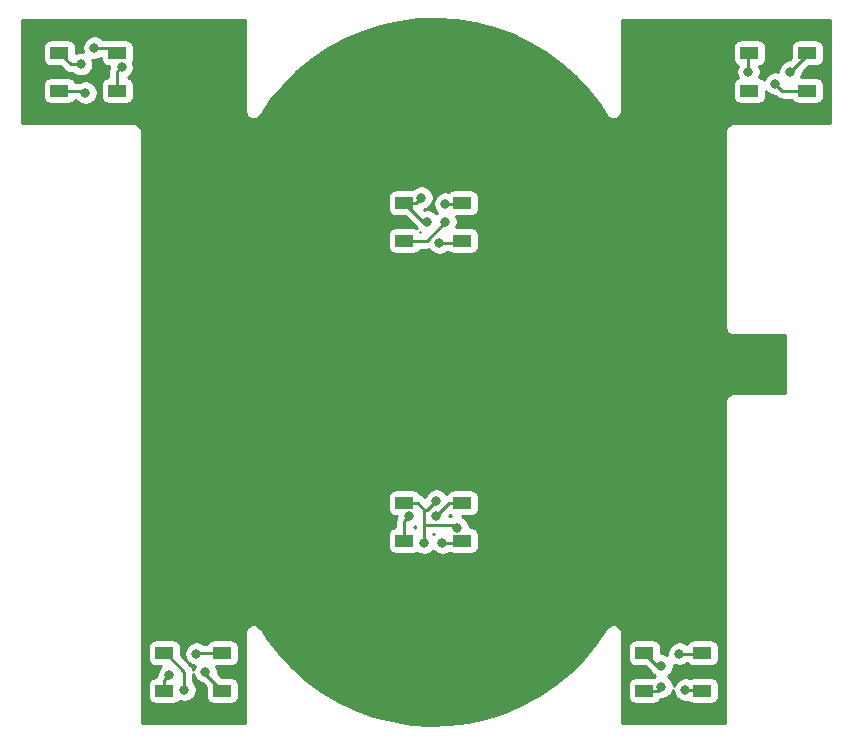
<source format=gtl>
%TF.GenerationSoftware,KiCad,Pcbnew,5.1.8-db9833491~87~ubuntu20.04.1*%
%TF.CreationDate,2020-11-10T08:01:52-05:00*%
%TF.ProjectId,18f-blinkie,3138662d-626c-4696-9e6b-69652e6b6963,rev?*%
%TF.SameCoordinates,Original*%
%TF.FileFunction,Copper,L1,Top*%
%TF.FilePolarity,Positive*%
%FSLAX46Y46*%
G04 Gerber Fmt 4.6, Leading zero omitted, Abs format (unit mm)*
G04 Created by KiCad (PCBNEW 5.1.8-db9833491~87~ubuntu20.04.1) date 2020-11-10 08:01:52*
%MOMM*%
%LPD*%
G01*
G04 APERTURE LIST*
%TA.AperFunction,SMDPad,CuDef*%
%ADD10R,1.500000X1.000000*%
%TD*%
%TA.AperFunction,ViaPad*%
%ADD11C,0.800000*%
%TD*%
%TA.AperFunction,Conductor*%
%ADD12C,0.250000*%
%TD*%
%TA.AperFunction,NonConductor*%
%ADD13C,0.254000*%
%TD*%
%TA.AperFunction,NonConductor*%
%ADD14C,0.100000*%
%TD*%
G04 APERTURE END LIST*
D10*
%TO.P,D4,1*%
%TO.N,5V*%
X86450000Y-112700000D03*
%TO.P,D4,2*%
%TO.N,Net-(D4-Pad2)*%
X86450000Y-115900000D03*
%TO.P,D4,4*%
%TO.N,Net-(D3-Pad2)*%
X91350000Y-112700000D03*
%TO.P,D4,3*%
%TO.N,GND*%
X91350000Y-115900000D03*
%TD*%
%TO.P,D3,1*%
%TO.N,5V*%
X86450000Y-138100000D03*
%TO.P,D3,2*%
%TO.N,Net-(D3-Pad2)*%
X86450000Y-141300000D03*
%TO.P,D3,4*%
%TO.N,Net-(D2-Pad2)*%
X91350000Y-138100000D03*
%TO.P,D3,3*%
%TO.N,GND*%
X91350000Y-141300000D03*
%TD*%
%TO.P,D6,3*%
%TO.N,GND*%
X120560000Y-103200000D03*
%TO.P,D6,4*%
%TO.N,Net-(D5-Pad2)*%
X120560000Y-100000000D03*
%TO.P,D6,2*%
%TO.N,Net-(D6-Pad2)*%
X115660000Y-103200000D03*
%TO.P,D6,1*%
%TO.N,5V*%
X115660000Y-100000000D03*
%TD*%
%TO.P,D5,1*%
%TO.N,5V*%
X106770000Y-150800000D03*
%TO.P,D5,2*%
%TO.N,Net-(D5-Pad2)*%
X106770000Y-154000000D03*
%TO.P,D5,4*%
%TO.N,Net-(D4-Pad2)*%
X111670000Y-150800000D03*
%TO.P,D5,3*%
%TO.N,GND*%
X111670000Y-154000000D03*
%TD*%
%TO.P,D2,1*%
%TO.N,5V*%
X57240000Y-100000000D03*
%TO.P,D2,2*%
%TO.N,Net-(D2-Pad2)*%
X57240000Y-103200000D03*
%TO.P,D2,4*%
%TO.N,Net-(D1-Pad2)*%
X62140000Y-100000000D03*
%TO.P,D2,3*%
%TO.N,GND*%
X62140000Y-103200000D03*
%TD*%
%TO.P,D1,1*%
%TO.N,5V*%
X66130000Y-150800000D03*
%TO.P,D1,2*%
%TO.N,Net-(D1-Pad2)*%
X66130000Y-154000000D03*
%TO.P,D1,4*%
%TO.N,DATA*%
X71030000Y-150800000D03*
%TO.P,D1,3*%
%TO.N,GND*%
X71030000Y-154000000D03*
%TD*%
D11*
%TO.N,Net-(D1-Pad2)*%
X66548000Y-152654000D03*
X60198000Y-99568000D03*
%TO.N,Net-(D2-Pad2)*%
X59436000Y-103378000D03*
X89154000Y-139192000D03*
%TO.N,Net-(D3-Pad2)*%
X86868000Y-139200002D03*
X89916000Y-112776000D03*
%TO.N,Net-(D4-Pad2)*%
X89916000Y-114300000D03*
X109728000Y-150876000D03*
%TO.N,5V*%
X59055000Y-100965000D03*
X115570000Y-101600000D03*
%TO.N,Net-(D5-Pad2)*%
X108204000Y-153670000D03*
X119126000Y-101600000D03*
%TO.N,5V*%
X88138000Y-141478000D03*
X89154000Y-137922000D03*
X108204000Y-151892000D03*
X88392000Y-114299986D03*
X87879347Y-112263347D03*
X67818000Y-153923988D03*
X90940002Y-140199998D03*
%TO.N,GND*%
X89408000Y-116078000D03*
X89662000Y-141478000D03*
X110236000Y-153924000D03*
X69596000Y-152400000D03*
X62499216Y-101217745D03*
X117856000Y-102616000D03*
%TO.N,DATA*%
X68834000Y-150876000D03*
%TD*%
D12*
%TO.N,Net-(D1-Pad2)*%
X66130000Y-153072000D02*
X66548000Y-152654000D01*
X66130000Y-154000000D02*
X66130000Y-153072000D01*
X61708000Y-99568000D02*
X62140000Y-100000000D01*
X60198000Y-99568000D02*
X61708000Y-99568000D01*
%TO.N,Net-(D2-Pad2)*%
X59258000Y-103200000D02*
X59436000Y-103378000D01*
X57240000Y-103200000D02*
X59258000Y-103200000D01*
X90246000Y-138100000D02*
X91350000Y-138100000D01*
X89154000Y-139192000D02*
X90246000Y-138100000D01*
%TO.N,Net-(D3-Pad2)*%
X86450000Y-139618002D02*
X86868000Y-139200002D01*
X86450000Y-141300000D02*
X86450000Y-139618002D01*
X91274000Y-112776000D02*
X91350000Y-112700000D01*
X89916000Y-112776000D02*
X91274000Y-112776000D01*
%TO.N,Net-(D4-Pad2)*%
X111594000Y-150876000D02*
X111670000Y-150800000D01*
X109728000Y-150876000D02*
X111594000Y-150876000D01*
X86450000Y-115900000D02*
X88373004Y-115900000D01*
X88373004Y-115900000D02*
X89916000Y-114357004D01*
X89916000Y-114357004D02*
X89916000Y-114300000D01*
%TO.N,5V*%
X58205000Y-100965000D02*
X57240000Y-100000000D01*
X59055000Y-100965000D02*
X58205000Y-100965000D01*
X115570000Y-100090000D02*
X115660000Y-100000000D01*
X115570000Y-101600000D02*
X115570000Y-100090000D01*
%TO.N,Net-(D5-Pad2)*%
X106770000Y-154000000D02*
X106770000Y-153580000D01*
X107874000Y-154000000D02*
X108204000Y-153670000D01*
X106770000Y-154000000D02*
X107874000Y-154000000D01*
X120560000Y-100000000D02*
X120560000Y-100166000D01*
X120560000Y-100166000D02*
X119126000Y-101600000D01*
%TO.N,5V*%
X86450000Y-138100000D02*
X87554000Y-138100000D01*
X87554000Y-138100000D02*
X88138000Y-138684000D01*
X88392000Y-138684000D02*
X88138000Y-138684000D01*
X89154000Y-137922000D02*
X88392000Y-138684000D01*
X88138000Y-139954000D02*
X88138000Y-141478000D01*
X88138000Y-138684000D02*
X88138000Y-139954000D01*
X107862000Y-151892000D02*
X106770000Y-150800000D01*
X108204000Y-151892000D02*
X107862000Y-151892000D01*
X86450000Y-112700000D02*
X88049986Y-114299986D01*
X88049986Y-114299986D02*
X88392000Y-114299986D01*
X87442694Y-112700000D02*
X87879347Y-112263347D01*
X86450000Y-112700000D02*
X87442694Y-112700000D01*
X88138000Y-139954000D02*
X90694004Y-139954000D01*
X90694004Y-139954000D02*
X90940002Y-140199998D01*
X67818000Y-152400000D02*
X67818000Y-153923988D01*
X66218000Y-150800000D02*
X67818000Y-152400000D01*
X66130000Y-150800000D02*
X66218000Y-150800000D01*
%TO.N,GND*%
X91172000Y-116078000D02*
X91350000Y-115900000D01*
X89408000Y-116078000D02*
X91172000Y-116078000D01*
X91172000Y-141478000D02*
X91350000Y-141300000D01*
X89662000Y-141478000D02*
X91172000Y-141478000D01*
X111594000Y-153924000D02*
X111670000Y-154000000D01*
X110236000Y-153924000D02*
X111594000Y-153924000D01*
X69596000Y-152566000D02*
X69596000Y-152400000D01*
X71030000Y-154000000D02*
X69596000Y-152566000D01*
X62140000Y-103200000D02*
X62140000Y-101576961D01*
X62140000Y-101576961D02*
X62499216Y-101217745D01*
X120560000Y-103200000D02*
X118440000Y-103200000D01*
X118440000Y-103200000D02*
X117856000Y-102616000D01*
%TO.N,DATA*%
X68910000Y-150800000D02*
X68834000Y-150876000D01*
X71030000Y-150800000D02*
X68910000Y-150800000D01*
%TD*%
D13*
X90834712Y-97215237D02*
X92433935Y-97473130D01*
X94001807Y-97880384D01*
X95524386Y-98433377D01*
X96988171Y-99127204D01*
X98380153Y-99955700D01*
X99688000Y-100911525D01*
X100900095Y-101986188D01*
X102005668Y-103170144D01*
X102998939Y-104458106D01*
X103528966Y-105264995D01*
X103546801Y-105298363D01*
X103635526Y-105406475D01*
X103743638Y-105495200D01*
X103866981Y-105561128D01*
X104000817Y-105601727D01*
X104140000Y-105615435D01*
X104279184Y-105601727D01*
X104413020Y-105561128D01*
X104536363Y-105495200D01*
X104644475Y-105406475D01*
X104733200Y-105298363D01*
X104799128Y-105175020D01*
X104839727Y-105041184D01*
X104850000Y-104936877D01*
X104850000Y-99500000D01*
X114271928Y-99500000D01*
X114271928Y-100500000D01*
X114284188Y-100624482D01*
X114320498Y-100744180D01*
X114379463Y-100854494D01*
X114458815Y-100951185D01*
X114555506Y-101030537D01*
X114665820Y-101089502D01*
X114666236Y-101089628D01*
X114652795Y-101109744D01*
X114574774Y-101298102D01*
X114535000Y-101498061D01*
X114535000Y-101701939D01*
X114574774Y-101901898D01*
X114652795Y-102090256D01*
X114666236Y-102110372D01*
X114665820Y-102110498D01*
X114555506Y-102169463D01*
X114458815Y-102248815D01*
X114379463Y-102345506D01*
X114320498Y-102455820D01*
X114284188Y-102575518D01*
X114271928Y-102700000D01*
X114271928Y-103700000D01*
X114284188Y-103824482D01*
X114320498Y-103944180D01*
X114379463Y-104054494D01*
X114458815Y-104151185D01*
X114555506Y-104230537D01*
X114665820Y-104289502D01*
X114785518Y-104325812D01*
X114910000Y-104338072D01*
X116410000Y-104338072D01*
X116534482Y-104325812D01*
X116654180Y-104289502D01*
X116764494Y-104230537D01*
X116861185Y-104151185D01*
X116940537Y-104054494D01*
X116999502Y-103944180D01*
X117035812Y-103824482D01*
X117048072Y-103700000D01*
X117048072Y-103269801D01*
X117052063Y-103275774D01*
X117196226Y-103419937D01*
X117365744Y-103533205D01*
X117554102Y-103611226D01*
X117754061Y-103651000D01*
X117816198Y-103651000D01*
X117876200Y-103711002D01*
X117899999Y-103740001D01*
X118015724Y-103834974D01*
X118147753Y-103905546D01*
X118291014Y-103949003D01*
X118402667Y-103960000D01*
X118402675Y-103960000D01*
X118440000Y-103963676D01*
X118477325Y-103960000D01*
X119228954Y-103960000D01*
X119279463Y-104054494D01*
X119358815Y-104151185D01*
X119455506Y-104230537D01*
X119565820Y-104289502D01*
X119685518Y-104325812D01*
X119810000Y-104338072D01*
X121310000Y-104338072D01*
X121434482Y-104325812D01*
X121554180Y-104289502D01*
X121664494Y-104230537D01*
X121761185Y-104151185D01*
X121840537Y-104054494D01*
X121899502Y-103944180D01*
X121935812Y-103824482D01*
X121948072Y-103700000D01*
X121948072Y-102700000D01*
X121935812Y-102575518D01*
X121899502Y-102455820D01*
X121840537Y-102345506D01*
X121761185Y-102248815D01*
X121664494Y-102169463D01*
X121554180Y-102110498D01*
X121434482Y-102074188D01*
X121310000Y-102061928D01*
X120054939Y-102061928D01*
X120121226Y-101901898D01*
X120161000Y-101701939D01*
X120161000Y-101639801D01*
X120662730Y-101138072D01*
X121310000Y-101138072D01*
X121434482Y-101125812D01*
X121554180Y-101089502D01*
X121664494Y-101030537D01*
X121761185Y-100951185D01*
X121840537Y-100854494D01*
X121899502Y-100744180D01*
X121935812Y-100624482D01*
X121948072Y-100500000D01*
X121948072Y-99500000D01*
X121935812Y-99375518D01*
X121899502Y-99255820D01*
X121840537Y-99145506D01*
X121761185Y-99048815D01*
X121664494Y-98969463D01*
X121554180Y-98910498D01*
X121434482Y-98874188D01*
X121310000Y-98861928D01*
X119810000Y-98861928D01*
X119685518Y-98874188D01*
X119565820Y-98910498D01*
X119455506Y-98969463D01*
X119358815Y-99048815D01*
X119279463Y-99145506D01*
X119220498Y-99255820D01*
X119184188Y-99375518D01*
X119171928Y-99500000D01*
X119171928Y-100479271D01*
X119086199Y-100565000D01*
X119024061Y-100565000D01*
X118824102Y-100604774D01*
X118635744Y-100682795D01*
X118466226Y-100796063D01*
X118322063Y-100940226D01*
X118208795Y-101109744D01*
X118130774Y-101298102D01*
X118091000Y-101498061D01*
X118091000Y-101607467D01*
X117957939Y-101581000D01*
X117754061Y-101581000D01*
X117554102Y-101620774D01*
X117365744Y-101698795D01*
X117196226Y-101812063D01*
X117052063Y-101956226D01*
X116938795Y-102125744D01*
X116878884Y-102270381D01*
X116861185Y-102248815D01*
X116764494Y-102169463D01*
X116654180Y-102110498D01*
X116534482Y-102074188D01*
X116495453Y-102070344D01*
X116565226Y-101901898D01*
X116605000Y-101701939D01*
X116605000Y-101498061D01*
X116565226Y-101298102D01*
X116495453Y-101129656D01*
X116534482Y-101125812D01*
X116654180Y-101089502D01*
X116764494Y-101030537D01*
X116861185Y-100951185D01*
X116940537Y-100854494D01*
X116999502Y-100744180D01*
X117035812Y-100624482D01*
X117048072Y-100500000D01*
X117048072Y-99500000D01*
X117035812Y-99375518D01*
X116999502Y-99255820D01*
X116940537Y-99145506D01*
X116861185Y-99048815D01*
X116764494Y-98969463D01*
X116654180Y-98910498D01*
X116534482Y-98874188D01*
X116410000Y-98861928D01*
X114910000Y-98861928D01*
X114785518Y-98874188D01*
X114665820Y-98910498D01*
X114555506Y-98969463D01*
X114458815Y-99048815D01*
X114379463Y-99145506D01*
X114320498Y-99255820D01*
X114284188Y-99375518D01*
X114271928Y-99500000D01*
X104850000Y-99500000D01*
X104850000Y-97230000D01*
X122480001Y-97230000D01*
X122480000Y-105970000D01*
X114334877Y-105970000D01*
X114300000Y-105966565D01*
X114265123Y-105970000D01*
X114160816Y-105980273D01*
X114026980Y-106020872D01*
X113903637Y-106086800D01*
X113795525Y-106175525D01*
X113706800Y-106283637D01*
X113640872Y-106406980D01*
X113600273Y-106540816D01*
X113586565Y-106680000D01*
X113590001Y-106714887D01*
X113590000Y-123155123D01*
X113586565Y-123190000D01*
X113600273Y-123329184D01*
X113640872Y-123463020D01*
X113706800Y-123586363D01*
X113795525Y-123694475D01*
X113903637Y-123783200D01*
X114026980Y-123849128D01*
X114160816Y-123889727D01*
X114300000Y-123903435D01*
X114334877Y-123900000D01*
X118670001Y-123900000D01*
X118670000Y-128830000D01*
X114334877Y-128830000D01*
X114300000Y-128826565D01*
X114265123Y-128830000D01*
X114160816Y-128840273D01*
X114026980Y-128880872D01*
X113903637Y-128946800D01*
X113795525Y-129035525D01*
X113706800Y-129143637D01*
X113640872Y-129266980D01*
X113600273Y-129400816D01*
X113586565Y-129540000D01*
X113590001Y-129574887D01*
X113590000Y-156770000D01*
X104850000Y-156770000D01*
X104850000Y-150300000D01*
X105381928Y-150300000D01*
X105381928Y-151300000D01*
X105394188Y-151424482D01*
X105430498Y-151544180D01*
X105489463Y-151654494D01*
X105568815Y-151751185D01*
X105665506Y-151830537D01*
X105775820Y-151889502D01*
X105895518Y-151925812D01*
X106020000Y-151938072D01*
X106833270Y-151938072D01*
X107298201Y-152403003D01*
X107311422Y-152419112D01*
X107400063Y-152551774D01*
X107544226Y-152695937D01*
X107671532Y-152781000D01*
X107546507Y-152864539D01*
X107520000Y-152861928D01*
X107020954Y-152861928D01*
X106918986Y-152830997D01*
X106770000Y-152816323D01*
X106621015Y-152830997D01*
X106519047Y-152861928D01*
X106020000Y-152861928D01*
X105895518Y-152874188D01*
X105775820Y-152910498D01*
X105665506Y-152969463D01*
X105568815Y-153048815D01*
X105489463Y-153145506D01*
X105430498Y-153255820D01*
X105394188Y-153375518D01*
X105381928Y-153500000D01*
X105381928Y-154500000D01*
X105394188Y-154624482D01*
X105430498Y-154744180D01*
X105489463Y-154854494D01*
X105568815Y-154951185D01*
X105665506Y-155030537D01*
X105775820Y-155089502D01*
X105895518Y-155125812D01*
X106020000Y-155138072D01*
X107520000Y-155138072D01*
X107644482Y-155125812D01*
X107764180Y-155089502D01*
X107874494Y-155030537D01*
X107971185Y-154951185D01*
X108050537Y-154854494D01*
X108109502Y-154744180D01*
X108116658Y-154720588D01*
X108166247Y-154705546D01*
X108167268Y-154705000D01*
X108305939Y-154705000D01*
X108505898Y-154665226D01*
X108694256Y-154587205D01*
X108863774Y-154473937D01*
X109007937Y-154329774D01*
X109121205Y-154160256D01*
X109199226Y-153971898D01*
X109201000Y-153962979D01*
X109201000Y-154025939D01*
X109240774Y-154225898D01*
X109318795Y-154414256D01*
X109432063Y-154583774D01*
X109576226Y-154727937D01*
X109745744Y-154841205D01*
X109934102Y-154919226D01*
X110134061Y-154959000D01*
X110337939Y-154959000D01*
X110455962Y-154935524D01*
X110468815Y-154951185D01*
X110565506Y-155030537D01*
X110675820Y-155089502D01*
X110795518Y-155125812D01*
X110920000Y-155138072D01*
X112420000Y-155138072D01*
X112544482Y-155125812D01*
X112664180Y-155089502D01*
X112774494Y-155030537D01*
X112871185Y-154951185D01*
X112950537Y-154854494D01*
X113009502Y-154744180D01*
X113045812Y-154624482D01*
X113058072Y-154500000D01*
X113058072Y-153500000D01*
X113045812Y-153375518D01*
X113009502Y-153255820D01*
X112950537Y-153145506D01*
X112871185Y-153048815D01*
X112774494Y-152969463D01*
X112664180Y-152910498D01*
X112544482Y-152874188D01*
X112420000Y-152861928D01*
X110920000Y-152861928D01*
X110795518Y-152874188D01*
X110675820Y-152910498D01*
X110596340Y-152952982D01*
X110537898Y-152928774D01*
X110337939Y-152889000D01*
X110134061Y-152889000D01*
X109934102Y-152928774D01*
X109745744Y-153006795D01*
X109576226Y-153120063D01*
X109432063Y-153264226D01*
X109318795Y-153433744D01*
X109240774Y-153622102D01*
X109239000Y-153631021D01*
X109239000Y-153568061D01*
X109199226Y-153368102D01*
X109121205Y-153179744D01*
X109007937Y-153010226D01*
X108863774Y-152866063D01*
X108736468Y-152781000D01*
X108863774Y-152695937D01*
X109007937Y-152551774D01*
X109121205Y-152382256D01*
X109199226Y-152193898D01*
X109239000Y-151993939D01*
X109239000Y-151793725D01*
X109426102Y-151871226D01*
X109626061Y-151911000D01*
X109829939Y-151911000D01*
X110029898Y-151871226D01*
X110218256Y-151793205D01*
X110387774Y-151679937D01*
X110400170Y-151667541D01*
X110468815Y-151751185D01*
X110565506Y-151830537D01*
X110675820Y-151889502D01*
X110795518Y-151925812D01*
X110920000Y-151938072D01*
X112420000Y-151938072D01*
X112544482Y-151925812D01*
X112664180Y-151889502D01*
X112774494Y-151830537D01*
X112871185Y-151751185D01*
X112950537Y-151654494D01*
X113009502Y-151544180D01*
X113045812Y-151424482D01*
X113058072Y-151300000D01*
X113058072Y-150300000D01*
X113045812Y-150175518D01*
X113009502Y-150055820D01*
X112950537Y-149945506D01*
X112871185Y-149848815D01*
X112774494Y-149769463D01*
X112664180Y-149710498D01*
X112544482Y-149674188D01*
X112420000Y-149661928D01*
X110920000Y-149661928D01*
X110795518Y-149674188D01*
X110675820Y-149710498D01*
X110565506Y-149769463D01*
X110468815Y-149848815D01*
X110389463Y-149945506D01*
X110339174Y-150039589D01*
X110218256Y-149958795D01*
X110029898Y-149880774D01*
X109829939Y-149841000D01*
X109626061Y-149841000D01*
X109426102Y-149880774D01*
X109237744Y-149958795D01*
X109068226Y-150072063D01*
X108924063Y-150216226D01*
X108810795Y-150385744D01*
X108732774Y-150574102D01*
X108693000Y-150774061D01*
X108693000Y-150974275D01*
X108505898Y-150896774D01*
X108305939Y-150857000D01*
X108158072Y-150857000D01*
X108158072Y-150300000D01*
X108145812Y-150175518D01*
X108109502Y-150055820D01*
X108050537Y-149945506D01*
X107971185Y-149848815D01*
X107874494Y-149769463D01*
X107764180Y-149710498D01*
X107644482Y-149674188D01*
X107520000Y-149661928D01*
X106020000Y-149661928D01*
X105895518Y-149674188D01*
X105775820Y-149710498D01*
X105665506Y-149769463D01*
X105568815Y-149848815D01*
X105489463Y-149945506D01*
X105430498Y-150055820D01*
X105394188Y-150175518D01*
X105381928Y-150300000D01*
X104850000Y-150300000D01*
X104850000Y-149063123D01*
X104839727Y-148958816D01*
X104799128Y-148824980D01*
X104733200Y-148701637D01*
X104644475Y-148593525D01*
X104536363Y-148504800D01*
X104413020Y-148438872D01*
X104279184Y-148398273D01*
X104140000Y-148384565D01*
X104000817Y-148398273D01*
X103866981Y-148438872D01*
X103743638Y-148504800D01*
X103635526Y-148593525D01*
X103546801Y-148701637D01*
X103532071Y-148729195D01*
X102620730Y-150062132D01*
X101584670Y-151307385D01*
X100436026Y-152449602D01*
X99184988Y-153478652D01*
X97842645Y-154385413D01*
X96420944Y-155161812D01*
X94932482Y-155800975D01*
X93390476Y-156297224D01*
X91808602Y-156646158D01*
X90200925Y-156844674D01*
X88581700Y-156891013D01*
X86965289Y-156784763D01*
X85366063Y-156526869D01*
X83798193Y-156119616D01*
X82275617Y-155566624D01*
X80811832Y-154872797D01*
X79419846Y-154044300D01*
X78111994Y-153088470D01*
X76899906Y-152013811D01*
X75794335Y-150829860D01*
X74801068Y-149541902D01*
X74271040Y-148735013D01*
X74253200Y-148701637D01*
X74164474Y-148593525D01*
X74056362Y-148504800D01*
X73933019Y-148438872D01*
X73799183Y-148398273D01*
X73660000Y-148384565D01*
X73520816Y-148398273D01*
X73386980Y-148438872D01*
X73263637Y-148504800D01*
X73155525Y-148593526D01*
X73066800Y-148701638D01*
X73000872Y-148824981D01*
X72960273Y-148958817D01*
X72950000Y-149063124D01*
X72950001Y-156770000D01*
X64210000Y-156770000D01*
X64210000Y-150300000D01*
X64741928Y-150300000D01*
X64741928Y-151300000D01*
X64754188Y-151424482D01*
X64790498Y-151544180D01*
X64849463Y-151654494D01*
X64928815Y-151751185D01*
X65025506Y-151830537D01*
X65135820Y-151889502D01*
X65255518Y-151925812D01*
X65380000Y-151938072D01*
X65800217Y-151938072D01*
X65744063Y-151994226D01*
X65630795Y-152163744D01*
X65552774Y-152352102D01*
X65513000Y-152552061D01*
X65513000Y-152625823D01*
X65495026Y-152647724D01*
X65424454Y-152779754D01*
X65399528Y-152861928D01*
X65380000Y-152861928D01*
X65255518Y-152874188D01*
X65135820Y-152910498D01*
X65025506Y-152969463D01*
X64928815Y-153048815D01*
X64849463Y-153145506D01*
X64790498Y-153255820D01*
X64754188Y-153375518D01*
X64741928Y-153500000D01*
X64741928Y-154500000D01*
X64754188Y-154624482D01*
X64790498Y-154744180D01*
X64849463Y-154854494D01*
X64928815Y-154951185D01*
X65025506Y-155030537D01*
X65135820Y-155089502D01*
X65255518Y-155125812D01*
X65380000Y-155138072D01*
X66880000Y-155138072D01*
X67004482Y-155125812D01*
X67124180Y-155089502D01*
X67234494Y-155030537D01*
X67331185Y-154951185D01*
X67397679Y-154870161D01*
X67516102Y-154919214D01*
X67716061Y-154958988D01*
X67919939Y-154958988D01*
X68119898Y-154919214D01*
X68308256Y-154841193D01*
X68477774Y-154727925D01*
X68621937Y-154583762D01*
X68735205Y-154414244D01*
X68813226Y-154225886D01*
X68853000Y-154025927D01*
X68853000Y-153822049D01*
X68813226Y-153622090D01*
X68735205Y-153433732D01*
X68621937Y-153264214D01*
X68578000Y-153220277D01*
X68578000Y-152587404D01*
X68600774Y-152701898D01*
X68678795Y-152890256D01*
X68792063Y-153059774D01*
X68936226Y-153203937D01*
X69105744Y-153317205D01*
X69294102Y-153395226D01*
X69364410Y-153409211D01*
X69641928Y-153686729D01*
X69641928Y-154500000D01*
X69654188Y-154624482D01*
X69690498Y-154744180D01*
X69749463Y-154854494D01*
X69828815Y-154951185D01*
X69925506Y-155030537D01*
X70035820Y-155089502D01*
X70155518Y-155125812D01*
X70280000Y-155138072D01*
X71780000Y-155138072D01*
X71904482Y-155125812D01*
X72024180Y-155089502D01*
X72134494Y-155030537D01*
X72231185Y-154951185D01*
X72310537Y-154854494D01*
X72369502Y-154744180D01*
X72405812Y-154624482D01*
X72418072Y-154500000D01*
X72418072Y-153500000D01*
X72405812Y-153375518D01*
X72369502Y-153255820D01*
X72310537Y-153145506D01*
X72231185Y-153048815D01*
X72134494Y-152969463D01*
X72024180Y-152910498D01*
X71904482Y-152874188D01*
X71780000Y-152861928D01*
X70966730Y-152861928D01*
X70626975Y-152522174D01*
X70631000Y-152501939D01*
X70631000Y-152298061D01*
X70591226Y-152098102D01*
X70524939Y-151938072D01*
X71780000Y-151938072D01*
X71904482Y-151925812D01*
X72024180Y-151889502D01*
X72134494Y-151830537D01*
X72231185Y-151751185D01*
X72310537Y-151654494D01*
X72369502Y-151544180D01*
X72405812Y-151424482D01*
X72418072Y-151300000D01*
X72418072Y-150300000D01*
X72405812Y-150175518D01*
X72369502Y-150055820D01*
X72310537Y-149945506D01*
X72231185Y-149848815D01*
X72134494Y-149769463D01*
X72024180Y-149710498D01*
X71904482Y-149674188D01*
X71780000Y-149661928D01*
X70280000Y-149661928D01*
X70155518Y-149674188D01*
X70035820Y-149710498D01*
X69925506Y-149769463D01*
X69828815Y-149848815D01*
X69749463Y-149945506D01*
X69698954Y-150040000D01*
X69445788Y-150040000D01*
X69324256Y-149958795D01*
X69135898Y-149880774D01*
X68935939Y-149841000D01*
X68732061Y-149841000D01*
X68532102Y-149880774D01*
X68343744Y-149958795D01*
X68174226Y-150072063D01*
X68030063Y-150216226D01*
X67916795Y-150385744D01*
X67838774Y-150574102D01*
X67799000Y-150774061D01*
X67799000Y-150977939D01*
X67838774Y-151177898D01*
X67916795Y-151366256D01*
X68030063Y-151535774D01*
X68174226Y-151679937D01*
X68343744Y-151793205D01*
X68532102Y-151871226D01*
X68684303Y-151901500D01*
X68678795Y-151909744D01*
X68600774Y-152098102D01*
X68568114Y-152262295D01*
X68567003Y-152251014D01*
X68523546Y-152107753D01*
X68452974Y-151975724D01*
X68358001Y-151859999D01*
X68329004Y-151836202D01*
X67518072Y-151025271D01*
X67518072Y-150300000D01*
X67505812Y-150175518D01*
X67469502Y-150055820D01*
X67410537Y-149945506D01*
X67331185Y-149848815D01*
X67234494Y-149769463D01*
X67124180Y-149710498D01*
X67004482Y-149674188D01*
X66880000Y-149661928D01*
X65380000Y-149661928D01*
X65255518Y-149674188D01*
X65135820Y-149710498D01*
X65025506Y-149769463D01*
X64928815Y-149848815D01*
X64849463Y-149945506D01*
X64790498Y-150055820D01*
X64754188Y-150175518D01*
X64741928Y-150300000D01*
X64210000Y-150300000D01*
X64210000Y-137600000D01*
X85061928Y-137600000D01*
X85061928Y-138600000D01*
X85074188Y-138724482D01*
X85110498Y-138844180D01*
X85169463Y-138954494D01*
X85248815Y-139051185D01*
X85345506Y-139130537D01*
X85455820Y-139189502D01*
X85575518Y-139225812D01*
X85700000Y-139238072D01*
X85791322Y-139238072D01*
X85744454Y-139325756D01*
X85724906Y-139390201D01*
X85708587Y-139444000D01*
X85700998Y-139469017D01*
X85686324Y-139618002D01*
X85690001Y-139655334D01*
X85690001Y-140162913D01*
X85575518Y-140174188D01*
X85455820Y-140210498D01*
X85345506Y-140269463D01*
X85248815Y-140348815D01*
X85169463Y-140445506D01*
X85110498Y-140555820D01*
X85074188Y-140675518D01*
X85061928Y-140800000D01*
X85061928Y-141800000D01*
X85074188Y-141924482D01*
X85110498Y-142044180D01*
X85169463Y-142154494D01*
X85248815Y-142251185D01*
X85345506Y-142330537D01*
X85455820Y-142389502D01*
X85575518Y-142425812D01*
X85700000Y-142438072D01*
X87200000Y-142438072D01*
X87324482Y-142425812D01*
X87444180Y-142389502D01*
X87552531Y-142331586D01*
X87647744Y-142395205D01*
X87836102Y-142473226D01*
X88036061Y-142513000D01*
X88239939Y-142513000D01*
X88439898Y-142473226D01*
X88628256Y-142395205D01*
X88797774Y-142281937D01*
X88900000Y-142179711D01*
X89002226Y-142281937D01*
X89171744Y-142395205D01*
X89360102Y-142473226D01*
X89560061Y-142513000D01*
X89763939Y-142513000D01*
X89963898Y-142473226D01*
X90152256Y-142395205D01*
X90247469Y-142331586D01*
X90355820Y-142389502D01*
X90475518Y-142425812D01*
X90600000Y-142438072D01*
X92100000Y-142438072D01*
X92224482Y-142425812D01*
X92344180Y-142389502D01*
X92454494Y-142330537D01*
X92551185Y-142251185D01*
X92630537Y-142154494D01*
X92689502Y-142044180D01*
X92725812Y-141924482D01*
X92738072Y-141800000D01*
X92738072Y-140800000D01*
X92725812Y-140675518D01*
X92689502Y-140555820D01*
X92630537Y-140445506D01*
X92551185Y-140348815D01*
X92454494Y-140269463D01*
X92344180Y-140210498D01*
X92224482Y-140174188D01*
X92100000Y-140161928D01*
X91975002Y-140161928D01*
X91975002Y-140098059D01*
X91935228Y-139898100D01*
X91857207Y-139709742D01*
X91743939Y-139540224D01*
X91599776Y-139396061D01*
X91430258Y-139282793D01*
X91322293Y-139238072D01*
X92100000Y-139238072D01*
X92224482Y-139225812D01*
X92344180Y-139189502D01*
X92454494Y-139130537D01*
X92551185Y-139051185D01*
X92630537Y-138954494D01*
X92689502Y-138844180D01*
X92725812Y-138724482D01*
X92738072Y-138600000D01*
X92738072Y-137600000D01*
X92725812Y-137475518D01*
X92689502Y-137355820D01*
X92630537Y-137245506D01*
X92551185Y-137148815D01*
X92454494Y-137069463D01*
X92344180Y-137010498D01*
X92224482Y-136974188D01*
X92100000Y-136961928D01*
X90600000Y-136961928D01*
X90475518Y-136974188D01*
X90355820Y-137010498D01*
X90245506Y-137069463D01*
X90148815Y-137148815D01*
X90069463Y-137245506D01*
X90014932Y-137347525D01*
X89957937Y-137262226D01*
X89813774Y-137118063D01*
X89644256Y-137004795D01*
X89455898Y-136926774D01*
X89255939Y-136887000D01*
X89052061Y-136887000D01*
X88852102Y-136926774D01*
X88663744Y-137004795D01*
X88494226Y-137118063D01*
X88350063Y-137262226D01*
X88236795Y-137431744D01*
X88158774Y-137620102D01*
X88157136Y-137628335D01*
X88117803Y-137589002D01*
X88094001Y-137559999D01*
X87978276Y-137465026D01*
X87846247Y-137394454D01*
X87796658Y-137379412D01*
X87789502Y-137355820D01*
X87730537Y-137245506D01*
X87651185Y-137148815D01*
X87554494Y-137069463D01*
X87444180Y-137010498D01*
X87324482Y-136974188D01*
X87200000Y-136961928D01*
X85700000Y-136961928D01*
X85575518Y-136974188D01*
X85455820Y-137010498D01*
X85345506Y-137069463D01*
X85248815Y-137148815D01*
X85169463Y-137245506D01*
X85110498Y-137355820D01*
X85074188Y-137475518D01*
X85061928Y-137600000D01*
X64210000Y-137600000D01*
X64210000Y-112200000D01*
X85061928Y-112200000D01*
X85061928Y-113200000D01*
X85074188Y-113324482D01*
X85110498Y-113444180D01*
X85169463Y-113554494D01*
X85248815Y-113651185D01*
X85345506Y-113730537D01*
X85455820Y-113789502D01*
X85575518Y-113825812D01*
X85700000Y-113838072D01*
X86513271Y-113838072D01*
X87486187Y-114810989D01*
X87499483Y-114827190D01*
X87512858Y-114847208D01*
X87444180Y-114810498D01*
X87324482Y-114774188D01*
X87200000Y-114761928D01*
X85700000Y-114761928D01*
X85575518Y-114774188D01*
X85455820Y-114810498D01*
X85345506Y-114869463D01*
X85248815Y-114948815D01*
X85169463Y-115045506D01*
X85110498Y-115155820D01*
X85074188Y-115275518D01*
X85061928Y-115400000D01*
X85061928Y-116400000D01*
X85074188Y-116524482D01*
X85110498Y-116644180D01*
X85169463Y-116754494D01*
X85248815Y-116851185D01*
X85345506Y-116930537D01*
X85455820Y-116989502D01*
X85575518Y-117025812D01*
X85700000Y-117038072D01*
X87200000Y-117038072D01*
X87324482Y-117025812D01*
X87444180Y-116989502D01*
X87554494Y-116930537D01*
X87651185Y-116851185D01*
X87730537Y-116754494D01*
X87781046Y-116660000D01*
X88335682Y-116660000D01*
X88373004Y-116663676D01*
X88410326Y-116660000D01*
X88410337Y-116660000D01*
X88521990Y-116649003D01*
X88540913Y-116643263D01*
X88604063Y-116737774D01*
X88748226Y-116881937D01*
X88917744Y-116995205D01*
X89106102Y-117073226D01*
X89306061Y-117113000D01*
X89509939Y-117113000D01*
X89709898Y-117073226D01*
X89898256Y-116995205D01*
X90067774Y-116881937D01*
X90111711Y-116838000D01*
X90137994Y-116838000D01*
X90148815Y-116851185D01*
X90245506Y-116930537D01*
X90355820Y-116989502D01*
X90475518Y-117025812D01*
X90600000Y-117038072D01*
X92100000Y-117038072D01*
X92224482Y-117025812D01*
X92344180Y-116989502D01*
X92454494Y-116930537D01*
X92551185Y-116851185D01*
X92630537Y-116754494D01*
X92689502Y-116644180D01*
X92725812Y-116524482D01*
X92738072Y-116400000D01*
X92738072Y-115400000D01*
X92725812Y-115275518D01*
X92689502Y-115155820D01*
X92630537Y-115045506D01*
X92551185Y-114948815D01*
X92454494Y-114869463D01*
X92344180Y-114810498D01*
X92224482Y-114774188D01*
X92100000Y-114761928D01*
X90844939Y-114761928D01*
X90911226Y-114601898D01*
X90951000Y-114401939D01*
X90951000Y-114198061D01*
X90911226Y-113998102D01*
X90844939Y-113838072D01*
X92100000Y-113838072D01*
X92224482Y-113825812D01*
X92344180Y-113789502D01*
X92454494Y-113730537D01*
X92551185Y-113651185D01*
X92630537Y-113554494D01*
X92689502Y-113444180D01*
X92725812Y-113324482D01*
X92738072Y-113200000D01*
X92738072Y-112200000D01*
X92725812Y-112075518D01*
X92689502Y-111955820D01*
X92630537Y-111845506D01*
X92551185Y-111748815D01*
X92454494Y-111669463D01*
X92344180Y-111610498D01*
X92224482Y-111574188D01*
X92100000Y-111561928D01*
X90600000Y-111561928D01*
X90475518Y-111574188D01*
X90355820Y-111610498D01*
X90245506Y-111669463D01*
X90148815Y-111748815D01*
X90135962Y-111764476D01*
X90017939Y-111741000D01*
X89814061Y-111741000D01*
X89614102Y-111780774D01*
X89425744Y-111858795D01*
X89256226Y-111972063D01*
X89112063Y-112116226D01*
X88998795Y-112285744D01*
X88920774Y-112474102D01*
X88881000Y-112674061D01*
X88881000Y-112877939D01*
X88920774Y-113077898D01*
X88998795Y-113266256D01*
X89112063Y-113435774D01*
X89214289Y-113538000D01*
X89154007Y-113598282D01*
X89051774Y-113496049D01*
X88882256Y-113382781D01*
X88693898Y-113304760D01*
X88493939Y-113264986D01*
X88290061Y-113264986D01*
X88123015Y-113298213D01*
X88099612Y-113274811D01*
X88181245Y-113258573D01*
X88369603Y-113180552D01*
X88539121Y-113067284D01*
X88683284Y-112923121D01*
X88796552Y-112753603D01*
X88874573Y-112565245D01*
X88914347Y-112365286D01*
X88914347Y-112161408D01*
X88874573Y-111961449D01*
X88796552Y-111773091D01*
X88683284Y-111603573D01*
X88539121Y-111459410D01*
X88369603Y-111346142D01*
X88181245Y-111268121D01*
X87981286Y-111228347D01*
X87777408Y-111228347D01*
X87577449Y-111268121D01*
X87389091Y-111346142D01*
X87219573Y-111459410D01*
X87117055Y-111561928D01*
X85700000Y-111561928D01*
X85575518Y-111574188D01*
X85455820Y-111610498D01*
X85345506Y-111669463D01*
X85248815Y-111748815D01*
X85169463Y-111845506D01*
X85110498Y-111955820D01*
X85074188Y-112075518D01*
X85061928Y-112200000D01*
X64210000Y-112200000D01*
X64210000Y-106714876D01*
X64213435Y-106680000D01*
X64199727Y-106540816D01*
X64159128Y-106406980D01*
X64093200Y-106283637D01*
X64004475Y-106175525D01*
X63896363Y-106086800D01*
X63773020Y-106020872D01*
X63639184Y-105980273D01*
X63534877Y-105970000D01*
X63500000Y-105966565D01*
X63465123Y-105970000D01*
X54050000Y-105970000D01*
X54050000Y-102700000D01*
X55851928Y-102700000D01*
X55851928Y-103700000D01*
X55864188Y-103824482D01*
X55900498Y-103944180D01*
X55959463Y-104054494D01*
X56038815Y-104151185D01*
X56135506Y-104230537D01*
X56245820Y-104289502D01*
X56365518Y-104325812D01*
X56490000Y-104338072D01*
X57990000Y-104338072D01*
X58114482Y-104325812D01*
X58234180Y-104289502D01*
X58344494Y-104230537D01*
X58441185Y-104151185D01*
X58520537Y-104054494D01*
X58571046Y-103960000D01*
X58580096Y-103960000D01*
X58632063Y-104037774D01*
X58776226Y-104181937D01*
X58945744Y-104295205D01*
X59134102Y-104373226D01*
X59334061Y-104413000D01*
X59537939Y-104413000D01*
X59737898Y-104373226D01*
X59926256Y-104295205D01*
X60095774Y-104181937D01*
X60239937Y-104037774D01*
X60353205Y-103868256D01*
X60431226Y-103679898D01*
X60471000Y-103479939D01*
X60471000Y-103276061D01*
X60431226Y-103076102D01*
X60353205Y-102887744D01*
X60239937Y-102718226D01*
X60095774Y-102574063D01*
X59926256Y-102460795D01*
X59737898Y-102382774D01*
X59537939Y-102343000D01*
X59334061Y-102343000D01*
X59134102Y-102382774D01*
X58995947Y-102440000D01*
X58571046Y-102440000D01*
X58520537Y-102345506D01*
X58441185Y-102248815D01*
X58344494Y-102169463D01*
X58234180Y-102110498D01*
X58114482Y-102074188D01*
X57990000Y-102061928D01*
X56490000Y-102061928D01*
X56365518Y-102074188D01*
X56245820Y-102110498D01*
X56135506Y-102169463D01*
X56038815Y-102248815D01*
X55959463Y-102345506D01*
X55900498Y-102455820D01*
X55864188Y-102575518D01*
X55851928Y-102700000D01*
X54050000Y-102700000D01*
X54050000Y-99500000D01*
X55851928Y-99500000D01*
X55851928Y-100500000D01*
X55864188Y-100624482D01*
X55900498Y-100744180D01*
X55959463Y-100854494D01*
X56038815Y-100951185D01*
X56135506Y-101030537D01*
X56245820Y-101089502D01*
X56365518Y-101125812D01*
X56490000Y-101138072D01*
X57303270Y-101138072D01*
X57641201Y-101476003D01*
X57664999Y-101505001D01*
X57693997Y-101528799D01*
X57780723Y-101599974D01*
X57859387Y-101642021D01*
X57912753Y-101670546D01*
X58056014Y-101714003D01*
X58167667Y-101725000D01*
X58167676Y-101725000D01*
X58204999Y-101728676D01*
X58242322Y-101725000D01*
X58351289Y-101725000D01*
X58395226Y-101768937D01*
X58564744Y-101882205D01*
X58753102Y-101960226D01*
X58953061Y-102000000D01*
X59156939Y-102000000D01*
X59356898Y-101960226D01*
X59545256Y-101882205D01*
X59714774Y-101768937D01*
X59858937Y-101624774D01*
X59972205Y-101455256D01*
X60050226Y-101266898D01*
X60090000Y-101066939D01*
X60090000Y-100863061D01*
X60050226Y-100663102D01*
X60018980Y-100587668D01*
X60096061Y-100603000D01*
X60299939Y-100603000D01*
X60499898Y-100563226D01*
X60688256Y-100485205D01*
X60751928Y-100442661D01*
X60751928Y-100500000D01*
X60764188Y-100624482D01*
X60800498Y-100744180D01*
X60859463Y-100854494D01*
X60938815Y-100951185D01*
X61035506Y-101030537D01*
X61145820Y-101089502D01*
X61265518Y-101125812D01*
X61390000Y-101138072D01*
X61464216Y-101138072D01*
X61464216Y-101229035D01*
X61434454Y-101284715D01*
X61390998Y-101427976D01*
X61376324Y-101576961D01*
X61380001Y-101614293D01*
X61380001Y-102062913D01*
X61265518Y-102074188D01*
X61145820Y-102110498D01*
X61035506Y-102169463D01*
X60938815Y-102248815D01*
X60859463Y-102345506D01*
X60800498Y-102455820D01*
X60764188Y-102575518D01*
X60751928Y-102700000D01*
X60751928Y-103700000D01*
X60764188Y-103824482D01*
X60800498Y-103944180D01*
X60859463Y-104054494D01*
X60938815Y-104151185D01*
X61035506Y-104230537D01*
X61145820Y-104289502D01*
X61265518Y-104325812D01*
X61390000Y-104338072D01*
X62890000Y-104338072D01*
X63014482Y-104325812D01*
X63134180Y-104289502D01*
X63244494Y-104230537D01*
X63341185Y-104151185D01*
X63420537Y-104054494D01*
X63479502Y-103944180D01*
X63515812Y-103824482D01*
X63528072Y-103700000D01*
X63528072Y-102700000D01*
X63515812Y-102575518D01*
X63479502Y-102455820D01*
X63420537Y-102345506D01*
X63341185Y-102248815D01*
X63244494Y-102169463D01*
X63134180Y-102110498D01*
X63059824Y-102087942D01*
X63158990Y-102021682D01*
X63303153Y-101877519D01*
X63416421Y-101708001D01*
X63494442Y-101519643D01*
X63534216Y-101319684D01*
X63534216Y-101115806D01*
X63494442Y-100915847D01*
X63447857Y-100803382D01*
X63479502Y-100744180D01*
X63515812Y-100624482D01*
X63528072Y-100500000D01*
X63528072Y-99500000D01*
X63515812Y-99375518D01*
X63479502Y-99255820D01*
X63420537Y-99145506D01*
X63341185Y-99048815D01*
X63244494Y-98969463D01*
X63134180Y-98910498D01*
X63014482Y-98874188D01*
X62890000Y-98861928D01*
X61998513Y-98861928D01*
X61856986Y-98818997D01*
X61745333Y-98808000D01*
X61745322Y-98808000D01*
X61708000Y-98804324D01*
X61670678Y-98808000D01*
X60901711Y-98808000D01*
X60857774Y-98764063D01*
X60688256Y-98650795D01*
X60499898Y-98572774D01*
X60299939Y-98533000D01*
X60096061Y-98533000D01*
X59896102Y-98572774D01*
X59707744Y-98650795D01*
X59538226Y-98764063D01*
X59394063Y-98908226D01*
X59280795Y-99077744D01*
X59202774Y-99266102D01*
X59163000Y-99466061D01*
X59163000Y-99669939D01*
X59202774Y-99869898D01*
X59234020Y-99945332D01*
X59156939Y-99930000D01*
X58953061Y-99930000D01*
X58753102Y-99969774D01*
X58628072Y-100021563D01*
X58628072Y-99500000D01*
X58615812Y-99375518D01*
X58579502Y-99255820D01*
X58520537Y-99145506D01*
X58441185Y-99048815D01*
X58344494Y-98969463D01*
X58234180Y-98910498D01*
X58114482Y-98874188D01*
X57990000Y-98861928D01*
X56490000Y-98861928D01*
X56365518Y-98874188D01*
X56245820Y-98910498D01*
X56135506Y-98969463D01*
X56038815Y-99048815D01*
X55959463Y-99145506D01*
X55900498Y-99255820D01*
X55864188Y-99375518D01*
X55851928Y-99500000D01*
X54050000Y-99500000D01*
X54050000Y-97230000D01*
X72950000Y-97230000D01*
X72950001Y-104936877D01*
X72960274Y-105041184D01*
X73000873Y-105175020D01*
X73066801Y-105298363D01*
X73155526Y-105406475D01*
X73263638Y-105495200D01*
X73386981Y-105561128D01*
X73520817Y-105601727D01*
X73660000Y-105615435D01*
X73799184Y-105601727D01*
X73933020Y-105561128D01*
X74056363Y-105495200D01*
X74164475Y-105406475D01*
X74253200Y-105298363D01*
X74267934Y-105270798D01*
X75179274Y-103937864D01*
X76215329Y-102692615D01*
X77363980Y-101550393D01*
X78615012Y-100521348D01*
X79957343Y-99614594D01*
X81379056Y-98838188D01*
X82867515Y-98199027D01*
X84409524Y-97702776D01*
X85991398Y-97353842D01*
X87599075Y-97155326D01*
X89218300Y-97108987D01*
X90834712Y-97215237D01*
%TA.AperFunction,NonConductor*%
D14*
G36*
X90834712Y-97215237D02*
G01*
X92433935Y-97473130D01*
X94001807Y-97880384D01*
X95524386Y-98433377D01*
X96988171Y-99127204D01*
X98380153Y-99955700D01*
X99688000Y-100911525D01*
X100900095Y-101986188D01*
X102005668Y-103170144D01*
X102998939Y-104458106D01*
X103528966Y-105264995D01*
X103546801Y-105298363D01*
X103635526Y-105406475D01*
X103743638Y-105495200D01*
X103866981Y-105561128D01*
X104000817Y-105601727D01*
X104140000Y-105615435D01*
X104279184Y-105601727D01*
X104413020Y-105561128D01*
X104536363Y-105495200D01*
X104644475Y-105406475D01*
X104733200Y-105298363D01*
X104799128Y-105175020D01*
X104839727Y-105041184D01*
X104850000Y-104936877D01*
X104850000Y-99500000D01*
X114271928Y-99500000D01*
X114271928Y-100500000D01*
X114284188Y-100624482D01*
X114320498Y-100744180D01*
X114379463Y-100854494D01*
X114458815Y-100951185D01*
X114555506Y-101030537D01*
X114665820Y-101089502D01*
X114666236Y-101089628D01*
X114652795Y-101109744D01*
X114574774Y-101298102D01*
X114535000Y-101498061D01*
X114535000Y-101701939D01*
X114574774Y-101901898D01*
X114652795Y-102090256D01*
X114666236Y-102110372D01*
X114665820Y-102110498D01*
X114555506Y-102169463D01*
X114458815Y-102248815D01*
X114379463Y-102345506D01*
X114320498Y-102455820D01*
X114284188Y-102575518D01*
X114271928Y-102700000D01*
X114271928Y-103700000D01*
X114284188Y-103824482D01*
X114320498Y-103944180D01*
X114379463Y-104054494D01*
X114458815Y-104151185D01*
X114555506Y-104230537D01*
X114665820Y-104289502D01*
X114785518Y-104325812D01*
X114910000Y-104338072D01*
X116410000Y-104338072D01*
X116534482Y-104325812D01*
X116654180Y-104289502D01*
X116764494Y-104230537D01*
X116861185Y-104151185D01*
X116940537Y-104054494D01*
X116999502Y-103944180D01*
X117035812Y-103824482D01*
X117048072Y-103700000D01*
X117048072Y-103269801D01*
X117052063Y-103275774D01*
X117196226Y-103419937D01*
X117365744Y-103533205D01*
X117554102Y-103611226D01*
X117754061Y-103651000D01*
X117816198Y-103651000D01*
X117876200Y-103711002D01*
X117899999Y-103740001D01*
X118015724Y-103834974D01*
X118147753Y-103905546D01*
X118291014Y-103949003D01*
X118402667Y-103960000D01*
X118402675Y-103960000D01*
X118440000Y-103963676D01*
X118477325Y-103960000D01*
X119228954Y-103960000D01*
X119279463Y-104054494D01*
X119358815Y-104151185D01*
X119455506Y-104230537D01*
X119565820Y-104289502D01*
X119685518Y-104325812D01*
X119810000Y-104338072D01*
X121310000Y-104338072D01*
X121434482Y-104325812D01*
X121554180Y-104289502D01*
X121664494Y-104230537D01*
X121761185Y-104151185D01*
X121840537Y-104054494D01*
X121899502Y-103944180D01*
X121935812Y-103824482D01*
X121948072Y-103700000D01*
X121948072Y-102700000D01*
X121935812Y-102575518D01*
X121899502Y-102455820D01*
X121840537Y-102345506D01*
X121761185Y-102248815D01*
X121664494Y-102169463D01*
X121554180Y-102110498D01*
X121434482Y-102074188D01*
X121310000Y-102061928D01*
X120054939Y-102061928D01*
X120121226Y-101901898D01*
X120161000Y-101701939D01*
X120161000Y-101639801D01*
X120662730Y-101138072D01*
X121310000Y-101138072D01*
X121434482Y-101125812D01*
X121554180Y-101089502D01*
X121664494Y-101030537D01*
X121761185Y-100951185D01*
X121840537Y-100854494D01*
X121899502Y-100744180D01*
X121935812Y-100624482D01*
X121948072Y-100500000D01*
X121948072Y-99500000D01*
X121935812Y-99375518D01*
X121899502Y-99255820D01*
X121840537Y-99145506D01*
X121761185Y-99048815D01*
X121664494Y-98969463D01*
X121554180Y-98910498D01*
X121434482Y-98874188D01*
X121310000Y-98861928D01*
X119810000Y-98861928D01*
X119685518Y-98874188D01*
X119565820Y-98910498D01*
X119455506Y-98969463D01*
X119358815Y-99048815D01*
X119279463Y-99145506D01*
X119220498Y-99255820D01*
X119184188Y-99375518D01*
X119171928Y-99500000D01*
X119171928Y-100479271D01*
X119086199Y-100565000D01*
X119024061Y-100565000D01*
X118824102Y-100604774D01*
X118635744Y-100682795D01*
X118466226Y-100796063D01*
X118322063Y-100940226D01*
X118208795Y-101109744D01*
X118130774Y-101298102D01*
X118091000Y-101498061D01*
X118091000Y-101607467D01*
X117957939Y-101581000D01*
X117754061Y-101581000D01*
X117554102Y-101620774D01*
X117365744Y-101698795D01*
X117196226Y-101812063D01*
X117052063Y-101956226D01*
X116938795Y-102125744D01*
X116878884Y-102270381D01*
X116861185Y-102248815D01*
X116764494Y-102169463D01*
X116654180Y-102110498D01*
X116534482Y-102074188D01*
X116495453Y-102070344D01*
X116565226Y-101901898D01*
X116605000Y-101701939D01*
X116605000Y-101498061D01*
X116565226Y-101298102D01*
X116495453Y-101129656D01*
X116534482Y-101125812D01*
X116654180Y-101089502D01*
X116764494Y-101030537D01*
X116861185Y-100951185D01*
X116940537Y-100854494D01*
X116999502Y-100744180D01*
X117035812Y-100624482D01*
X117048072Y-100500000D01*
X117048072Y-99500000D01*
X117035812Y-99375518D01*
X116999502Y-99255820D01*
X116940537Y-99145506D01*
X116861185Y-99048815D01*
X116764494Y-98969463D01*
X116654180Y-98910498D01*
X116534482Y-98874188D01*
X116410000Y-98861928D01*
X114910000Y-98861928D01*
X114785518Y-98874188D01*
X114665820Y-98910498D01*
X114555506Y-98969463D01*
X114458815Y-99048815D01*
X114379463Y-99145506D01*
X114320498Y-99255820D01*
X114284188Y-99375518D01*
X114271928Y-99500000D01*
X104850000Y-99500000D01*
X104850000Y-97230000D01*
X122480001Y-97230000D01*
X122480000Y-105970000D01*
X114334877Y-105970000D01*
X114300000Y-105966565D01*
X114265123Y-105970000D01*
X114160816Y-105980273D01*
X114026980Y-106020872D01*
X113903637Y-106086800D01*
X113795525Y-106175525D01*
X113706800Y-106283637D01*
X113640872Y-106406980D01*
X113600273Y-106540816D01*
X113586565Y-106680000D01*
X113590001Y-106714887D01*
X113590000Y-123155123D01*
X113586565Y-123190000D01*
X113600273Y-123329184D01*
X113640872Y-123463020D01*
X113706800Y-123586363D01*
X113795525Y-123694475D01*
X113903637Y-123783200D01*
X114026980Y-123849128D01*
X114160816Y-123889727D01*
X114300000Y-123903435D01*
X114334877Y-123900000D01*
X118670001Y-123900000D01*
X118670000Y-128830000D01*
X114334877Y-128830000D01*
X114300000Y-128826565D01*
X114265123Y-128830000D01*
X114160816Y-128840273D01*
X114026980Y-128880872D01*
X113903637Y-128946800D01*
X113795525Y-129035525D01*
X113706800Y-129143637D01*
X113640872Y-129266980D01*
X113600273Y-129400816D01*
X113586565Y-129540000D01*
X113590001Y-129574887D01*
X113590000Y-156770000D01*
X104850000Y-156770000D01*
X104850000Y-150300000D01*
X105381928Y-150300000D01*
X105381928Y-151300000D01*
X105394188Y-151424482D01*
X105430498Y-151544180D01*
X105489463Y-151654494D01*
X105568815Y-151751185D01*
X105665506Y-151830537D01*
X105775820Y-151889502D01*
X105895518Y-151925812D01*
X106020000Y-151938072D01*
X106833270Y-151938072D01*
X107298201Y-152403003D01*
X107311422Y-152419112D01*
X107400063Y-152551774D01*
X107544226Y-152695937D01*
X107671532Y-152781000D01*
X107546507Y-152864539D01*
X107520000Y-152861928D01*
X107020954Y-152861928D01*
X106918986Y-152830997D01*
X106770000Y-152816323D01*
X106621015Y-152830997D01*
X106519047Y-152861928D01*
X106020000Y-152861928D01*
X105895518Y-152874188D01*
X105775820Y-152910498D01*
X105665506Y-152969463D01*
X105568815Y-153048815D01*
X105489463Y-153145506D01*
X105430498Y-153255820D01*
X105394188Y-153375518D01*
X105381928Y-153500000D01*
X105381928Y-154500000D01*
X105394188Y-154624482D01*
X105430498Y-154744180D01*
X105489463Y-154854494D01*
X105568815Y-154951185D01*
X105665506Y-155030537D01*
X105775820Y-155089502D01*
X105895518Y-155125812D01*
X106020000Y-155138072D01*
X107520000Y-155138072D01*
X107644482Y-155125812D01*
X107764180Y-155089502D01*
X107874494Y-155030537D01*
X107971185Y-154951185D01*
X108050537Y-154854494D01*
X108109502Y-154744180D01*
X108116658Y-154720588D01*
X108166247Y-154705546D01*
X108167268Y-154705000D01*
X108305939Y-154705000D01*
X108505898Y-154665226D01*
X108694256Y-154587205D01*
X108863774Y-154473937D01*
X109007937Y-154329774D01*
X109121205Y-154160256D01*
X109199226Y-153971898D01*
X109201000Y-153962979D01*
X109201000Y-154025939D01*
X109240774Y-154225898D01*
X109318795Y-154414256D01*
X109432063Y-154583774D01*
X109576226Y-154727937D01*
X109745744Y-154841205D01*
X109934102Y-154919226D01*
X110134061Y-154959000D01*
X110337939Y-154959000D01*
X110455962Y-154935524D01*
X110468815Y-154951185D01*
X110565506Y-155030537D01*
X110675820Y-155089502D01*
X110795518Y-155125812D01*
X110920000Y-155138072D01*
X112420000Y-155138072D01*
X112544482Y-155125812D01*
X112664180Y-155089502D01*
X112774494Y-155030537D01*
X112871185Y-154951185D01*
X112950537Y-154854494D01*
X113009502Y-154744180D01*
X113045812Y-154624482D01*
X113058072Y-154500000D01*
X113058072Y-153500000D01*
X113045812Y-153375518D01*
X113009502Y-153255820D01*
X112950537Y-153145506D01*
X112871185Y-153048815D01*
X112774494Y-152969463D01*
X112664180Y-152910498D01*
X112544482Y-152874188D01*
X112420000Y-152861928D01*
X110920000Y-152861928D01*
X110795518Y-152874188D01*
X110675820Y-152910498D01*
X110596340Y-152952982D01*
X110537898Y-152928774D01*
X110337939Y-152889000D01*
X110134061Y-152889000D01*
X109934102Y-152928774D01*
X109745744Y-153006795D01*
X109576226Y-153120063D01*
X109432063Y-153264226D01*
X109318795Y-153433744D01*
X109240774Y-153622102D01*
X109239000Y-153631021D01*
X109239000Y-153568061D01*
X109199226Y-153368102D01*
X109121205Y-153179744D01*
X109007937Y-153010226D01*
X108863774Y-152866063D01*
X108736468Y-152781000D01*
X108863774Y-152695937D01*
X109007937Y-152551774D01*
X109121205Y-152382256D01*
X109199226Y-152193898D01*
X109239000Y-151993939D01*
X109239000Y-151793725D01*
X109426102Y-151871226D01*
X109626061Y-151911000D01*
X109829939Y-151911000D01*
X110029898Y-151871226D01*
X110218256Y-151793205D01*
X110387774Y-151679937D01*
X110400170Y-151667541D01*
X110468815Y-151751185D01*
X110565506Y-151830537D01*
X110675820Y-151889502D01*
X110795518Y-151925812D01*
X110920000Y-151938072D01*
X112420000Y-151938072D01*
X112544482Y-151925812D01*
X112664180Y-151889502D01*
X112774494Y-151830537D01*
X112871185Y-151751185D01*
X112950537Y-151654494D01*
X113009502Y-151544180D01*
X113045812Y-151424482D01*
X113058072Y-151300000D01*
X113058072Y-150300000D01*
X113045812Y-150175518D01*
X113009502Y-150055820D01*
X112950537Y-149945506D01*
X112871185Y-149848815D01*
X112774494Y-149769463D01*
X112664180Y-149710498D01*
X112544482Y-149674188D01*
X112420000Y-149661928D01*
X110920000Y-149661928D01*
X110795518Y-149674188D01*
X110675820Y-149710498D01*
X110565506Y-149769463D01*
X110468815Y-149848815D01*
X110389463Y-149945506D01*
X110339174Y-150039589D01*
X110218256Y-149958795D01*
X110029898Y-149880774D01*
X109829939Y-149841000D01*
X109626061Y-149841000D01*
X109426102Y-149880774D01*
X109237744Y-149958795D01*
X109068226Y-150072063D01*
X108924063Y-150216226D01*
X108810795Y-150385744D01*
X108732774Y-150574102D01*
X108693000Y-150774061D01*
X108693000Y-150974275D01*
X108505898Y-150896774D01*
X108305939Y-150857000D01*
X108158072Y-150857000D01*
X108158072Y-150300000D01*
X108145812Y-150175518D01*
X108109502Y-150055820D01*
X108050537Y-149945506D01*
X107971185Y-149848815D01*
X107874494Y-149769463D01*
X107764180Y-149710498D01*
X107644482Y-149674188D01*
X107520000Y-149661928D01*
X106020000Y-149661928D01*
X105895518Y-149674188D01*
X105775820Y-149710498D01*
X105665506Y-149769463D01*
X105568815Y-149848815D01*
X105489463Y-149945506D01*
X105430498Y-150055820D01*
X105394188Y-150175518D01*
X105381928Y-150300000D01*
X104850000Y-150300000D01*
X104850000Y-149063123D01*
X104839727Y-148958816D01*
X104799128Y-148824980D01*
X104733200Y-148701637D01*
X104644475Y-148593525D01*
X104536363Y-148504800D01*
X104413020Y-148438872D01*
X104279184Y-148398273D01*
X104140000Y-148384565D01*
X104000817Y-148398273D01*
X103866981Y-148438872D01*
X103743638Y-148504800D01*
X103635526Y-148593525D01*
X103546801Y-148701637D01*
X103532071Y-148729195D01*
X102620730Y-150062132D01*
X101584670Y-151307385D01*
X100436026Y-152449602D01*
X99184988Y-153478652D01*
X97842645Y-154385413D01*
X96420944Y-155161812D01*
X94932482Y-155800975D01*
X93390476Y-156297224D01*
X91808602Y-156646158D01*
X90200925Y-156844674D01*
X88581700Y-156891013D01*
X86965289Y-156784763D01*
X85366063Y-156526869D01*
X83798193Y-156119616D01*
X82275617Y-155566624D01*
X80811832Y-154872797D01*
X79419846Y-154044300D01*
X78111994Y-153088470D01*
X76899906Y-152013811D01*
X75794335Y-150829860D01*
X74801068Y-149541902D01*
X74271040Y-148735013D01*
X74253200Y-148701637D01*
X74164474Y-148593525D01*
X74056362Y-148504800D01*
X73933019Y-148438872D01*
X73799183Y-148398273D01*
X73660000Y-148384565D01*
X73520816Y-148398273D01*
X73386980Y-148438872D01*
X73263637Y-148504800D01*
X73155525Y-148593526D01*
X73066800Y-148701638D01*
X73000872Y-148824981D01*
X72960273Y-148958817D01*
X72950000Y-149063124D01*
X72950001Y-156770000D01*
X64210000Y-156770000D01*
X64210000Y-150300000D01*
X64741928Y-150300000D01*
X64741928Y-151300000D01*
X64754188Y-151424482D01*
X64790498Y-151544180D01*
X64849463Y-151654494D01*
X64928815Y-151751185D01*
X65025506Y-151830537D01*
X65135820Y-151889502D01*
X65255518Y-151925812D01*
X65380000Y-151938072D01*
X65800217Y-151938072D01*
X65744063Y-151994226D01*
X65630795Y-152163744D01*
X65552774Y-152352102D01*
X65513000Y-152552061D01*
X65513000Y-152625823D01*
X65495026Y-152647724D01*
X65424454Y-152779754D01*
X65399528Y-152861928D01*
X65380000Y-152861928D01*
X65255518Y-152874188D01*
X65135820Y-152910498D01*
X65025506Y-152969463D01*
X64928815Y-153048815D01*
X64849463Y-153145506D01*
X64790498Y-153255820D01*
X64754188Y-153375518D01*
X64741928Y-153500000D01*
X64741928Y-154500000D01*
X64754188Y-154624482D01*
X64790498Y-154744180D01*
X64849463Y-154854494D01*
X64928815Y-154951185D01*
X65025506Y-155030537D01*
X65135820Y-155089502D01*
X65255518Y-155125812D01*
X65380000Y-155138072D01*
X66880000Y-155138072D01*
X67004482Y-155125812D01*
X67124180Y-155089502D01*
X67234494Y-155030537D01*
X67331185Y-154951185D01*
X67397679Y-154870161D01*
X67516102Y-154919214D01*
X67716061Y-154958988D01*
X67919939Y-154958988D01*
X68119898Y-154919214D01*
X68308256Y-154841193D01*
X68477774Y-154727925D01*
X68621937Y-154583762D01*
X68735205Y-154414244D01*
X68813226Y-154225886D01*
X68853000Y-154025927D01*
X68853000Y-153822049D01*
X68813226Y-153622090D01*
X68735205Y-153433732D01*
X68621937Y-153264214D01*
X68578000Y-153220277D01*
X68578000Y-152587404D01*
X68600774Y-152701898D01*
X68678795Y-152890256D01*
X68792063Y-153059774D01*
X68936226Y-153203937D01*
X69105744Y-153317205D01*
X69294102Y-153395226D01*
X69364410Y-153409211D01*
X69641928Y-153686729D01*
X69641928Y-154500000D01*
X69654188Y-154624482D01*
X69690498Y-154744180D01*
X69749463Y-154854494D01*
X69828815Y-154951185D01*
X69925506Y-155030537D01*
X70035820Y-155089502D01*
X70155518Y-155125812D01*
X70280000Y-155138072D01*
X71780000Y-155138072D01*
X71904482Y-155125812D01*
X72024180Y-155089502D01*
X72134494Y-155030537D01*
X72231185Y-154951185D01*
X72310537Y-154854494D01*
X72369502Y-154744180D01*
X72405812Y-154624482D01*
X72418072Y-154500000D01*
X72418072Y-153500000D01*
X72405812Y-153375518D01*
X72369502Y-153255820D01*
X72310537Y-153145506D01*
X72231185Y-153048815D01*
X72134494Y-152969463D01*
X72024180Y-152910498D01*
X71904482Y-152874188D01*
X71780000Y-152861928D01*
X70966730Y-152861928D01*
X70626975Y-152522174D01*
X70631000Y-152501939D01*
X70631000Y-152298061D01*
X70591226Y-152098102D01*
X70524939Y-151938072D01*
X71780000Y-151938072D01*
X71904482Y-151925812D01*
X72024180Y-151889502D01*
X72134494Y-151830537D01*
X72231185Y-151751185D01*
X72310537Y-151654494D01*
X72369502Y-151544180D01*
X72405812Y-151424482D01*
X72418072Y-151300000D01*
X72418072Y-150300000D01*
X72405812Y-150175518D01*
X72369502Y-150055820D01*
X72310537Y-149945506D01*
X72231185Y-149848815D01*
X72134494Y-149769463D01*
X72024180Y-149710498D01*
X71904482Y-149674188D01*
X71780000Y-149661928D01*
X70280000Y-149661928D01*
X70155518Y-149674188D01*
X70035820Y-149710498D01*
X69925506Y-149769463D01*
X69828815Y-149848815D01*
X69749463Y-149945506D01*
X69698954Y-150040000D01*
X69445788Y-150040000D01*
X69324256Y-149958795D01*
X69135898Y-149880774D01*
X68935939Y-149841000D01*
X68732061Y-149841000D01*
X68532102Y-149880774D01*
X68343744Y-149958795D01*
X68174226Y-150072063D01*
X68030063Y-150216226D01*
X67916795Y-150385744D01*
X67838774Y-150574102D01*
X67799000Y-150774061D01*
X67799000Y-150977939D01*
X67838774Y-151177898D01*
X67916795Y-151366256D01*
X68030063Y-151535774D01*
X68174226Y-151679937D01*
X68343744Y-151793205D01*
X68532102Y-151871226D01*
X68684303Y-151901500D01*
X68678795Y-151909744D01*
X68600774Y-152098102D01*
X68568114Y-152262295D01*
X68567003Y-152251014D01*
X68523546Y-152107753D01*
X68452974Y-151975724D01*
X68358001Y-151859999D01*
X68329004Y-151836202D01*
X67518072Y-151025271D01*
X67518072Y-150300000D01*
X67505812Y-150175518D01*
X67469502Y-150055820D01*
X67410537Y-149945506D01*
X67331185Y-149848815D01*
X67234494Y-149769463D01*
X67124180Y-149710498D01*
X67004482Y-149674188D01*
X66880000Y-149661928D01*
X65380000Y-149661928D01*
X65255518Y-149674188D01*
X65135820Y-149710498D01*
X65025506Y-149769463D01*
X64928815Y-149848815D01*
X64849463Y-149945506D01*
X64790498Y-150055820D01*
X64754188Y-150175518D01*
X64741928Y-150300000D01*
X64210000Y-150300000D01*
X64210000Y-137600000D01*
X85061928Y-137600000D01*
X85061928Y-138600000D01*
X85074188Y-138724482D01*
X85110498Y-138844180D01*
X85169463Y-138954494D01*
X85248815Y-139051185D01*
X85345506Y-139130537D01*
X85455820Y-139189502D01*
X85575518Y-139225812D01*
X85700000Y-139238072D01*
X85791322Y-139238072D01*
X85744454Y-139325756D01*
X85724906Y-139390201D01*
X85708587Y-139444000D01*
X85700998Y-139469017D01*
X85686324Y-139618002D01*
X85690001Y-139655334D01*
X85690001Y-140162913D01*
X85575518Y-140174188D01*
X85455820Y-140210498D01*
X85345506Y-140269463D01*
X85248815Y-140348815D01*
X85169463Y-140445506D01*
X85110498Y-140555820D01*
X85074188Y-140675518D01*
X85061928Y-140800000D01*
X85061928Y-141800000D01*
X85074188Y-141924482D01*
X85110498Y-142044180D01*
X85169463Y-142154494D01*
X85248815Y-142251185D01*
X85345506Y-142330537D01*
X85455820Y-142389502D01*
X85575518Y-142425812D01*
X85700000Y-142438072D01*
X87200000Y-142438072D01*
X87324482Y-142425812D01*
X87444180Y-142389502D01*
X87552531Y-142331586D01*
X87647744Y-142395205D01*
X87836102Y-142473226D01*
X88036061Y-142513000D01*
X88239939Y-142513000D01*
X88439898Y-142473226D01*
X88628256Y-142395205D01*
X88797774Y-142281937D01*
X88900000Y-142179711D01*
X89002226Y-142281937D01*
X89171744Y-142395205D01*
X89360102Y-142473226D01*
X89560061Y-142513000D01*
X89763939Y-142513000D01*
X89963898Y-142473226D01*
X90152256Y-142395205D01*
X90247469Y-142331586D01*
X90355820Y-142389502D01*
X90475518Y-142425812D01*
X90600000Y-142438072D01*
X92100000Y-142438072D01*
X92224482Y-142425812D01*
X92344180Y-142389502D01*
X92454494Y-142330537D01*
X92551185Y-142251185D01*
X92630537Y-142154494D01*
X92689502Y-142044180D01*
X92725812Y-141924482D01*
X92738072Y-141800000D01*
X92738072Y-140800000D01*
X92725812Y-140675518D01*
X92689502Y-140555820D01*
X92630537Y-140445506D01*
X92551185Y-140348815D01*
X92454494Y-140269463D01*
X92344180Y-140210498D01*
X92224482Y-140174188D01*
X92100000Y-140161928D01*
X91975002Y-140161928D01*
X91975002Y-140098059D01*
X91935228Y-139898100D01*
X91857207Y-139709742D01*
X91743939Y-139540224D01*
X91599776Y-139396061D01*
X91430258Y-139282793D01*
X91322293Y-139238072D01*
X92100000Y-139238072D01*
X92224482Y-139225812D01*
X92344180Y-139189502D01*
X92454494Y-139130537D01*
X92551185Y-139051185D01*
X92630537Y-138954494D01*
X92689502Y-138844180D01*
X92725812Y-138724482D01*
X92738072Y-138600000D01*
X92738072Y-137600000D01*
X92725812Y-137475518D01*
X92689502Y-137355820D01*
X92630537Y-137245506D01*
X92551185Y-137148815D01*
X92454494Y-137069463D01*
X92344180Y-137010498D01*
X92224482Y-136974188D01*
X92100000Y-136961928D01*
X90600000Y-136961928D01*
X90475518Y-136974188D01*
X90355820Y-137010498D01*
X90245506Y-137069463D01*
X90148815Y-137148815D01*
X90069463Y-137245506D01*
X90014932Y-137347525D01*
X89957937Y-137262226D01*
X89813774Y-137118063D01*
X89644256Y-137004795D01*
X89455898Y-136926774D01*
X89255939Y-136887000D01*
X89052061Y-136887000D01*
X88852102Y-136926774D01*
X88663744Y-137004795D01*
X88494226Y-137118063D01*
X88350063Y-137262226D01*
X88236795Y-137431744D01*
X88158774Y-137620102D01*
X88157136Y-137628335D01*
X88117803Y-137589002D01*
X88094001Y-137559999D01*
X87978276Y-137465026D01*
X87846247Y-137394454D01*
X87796658Y-137379412D01*
X87789502Y-137355820D01*
X87730537Y-137245506D01*
X87651185Y-137148815D01*
X87554494Y-137069463D01*
X87444180Y-137010498D01*
X87324482Y-136974188D01*
X87200000Y-136961928D01*
X85700000Y-136961928D01*
X85575518Y-136974188D01*
X85455820Y-137010498D01*
X85345506Y-137069463D01*
X85248815Y-137148815D01*
X85169463Y-137245506D01*
X85110498Y-137355820D01*
X85074188Y-137475518D01*
X85061928Y-137600000D01*
X64210000Y-137600000D01*
X64210000Y-112200000D01*
X85061928Y-112200000D01*
X85061928Y-113200000D01*
X85074188Y-113324482D01*
X85110498Y-113444180D01*
X85169463Y-113554494D01*
X85248815Y-113651185D01*
X85345506Y-113730537D01*
X85455820Y-113789502D01*
X85575518Y-113825812D01*
X85700000Y-113838072D01*
X86513271Y-113838072D01*
X87486187Y-114810989D01*
X87499483Y-114827190D01*
X87512858Y-114847208D01*
X87444180Y-114810498D01*
X87324482Y-114774188D01*
X87200000Y-114761928D01*
X85700000Y-114761928D01*
X85575518Y-114774188D01*
X85455820Y-114810498D01*
X85345506Y-114869463D01*
X85248815Y-114948815D01*
X85169463Y-115045506D01*
X85110498Y-115155820D01*
X85074188Y-115275518D01*
X85061928Y-115400000D01*
X85061928Y-116400000D01*
X85074188Y-116524482D01*
X85110498Y-116644180D01*
X85169463Y-116754494D01*
X85248815Y-116851185D01*
X85345506Y-116930537D01*
X85455820Y-116989502D01*
X85575518Y-117025812D01*
X85700000Y-117038072D01*
X87200000Y-117038072D01*
X87324482Y-117025812D01*
X87444180Y-116989502D01*
X87554494Y-116930537D01*
X87651185Y-116851185D01*
X87730537Y-116754494D01*
X87781046Y-116660000D01*
X88335682Y-116660000D01*
X88373004Y-116663676D01*
X88410326Y-116660000D01*
X88410337Y-116660000D01*
X88521990Y-116649003D01*
X88540913Y-116643263D01*
X88604063Y-116737774D01*
X88748226Y-116881937D01*
X88917744Y-116995205D01*
X89106102Y-117073226D01*
X89306061Y-117113000D01*
X89509939Y-117113000D01*
X89709898Y-117073226D01*
X89898256Y-116995205D01*
X90067774Y-116881937D01*
X90111711Y-116838000D01*
X90137994Y-116838000D01*
X90148815Y-116851185D01*
X90245506Y-116930537D01*
X90355820Y-116989502D01*
X90475518Y-117025812D01*
X90600000Y-117038072D01*
X92100000Y-117038072D01*
X92224482Y-117025812D01*
X92344180Y-116989502D01*
X92454494Y-116930537D01*
X92551185Y-116851185D01*
X92630537Y-116754494D01*
X92689502Y-116644180D01*
X92725812Y-116524482D01*
X92738072Y-116400000D01*
X92738072Y-115400000D01*
X92725812Y-115275518D01*
X92689502Y-115155820D01*
X92630537Y-115045506D01*
X92551185Y-114948815D01*
X92454494Y-114869463D01*
X92344180Y-114810498D01*
X92224482Y-114774188D01*
X92100000Y-114761928D01*
X90844939Y-114761928D01*
X90911226Y-114601898D01*
X90951000Y-114401939D01*
X90951000Y-114198061D01*
X90911226Y-113998102D01*
X90844939Y-113838072D01*
X92100000Y-113838072D01*
X92224482Y-113825812D01*
X92344180Y-113789502D01*
X92454494Y-113730537D01*
X92551185Y-113651185D01*
X92630537Y-113554494D01*
X92689502Y-113444180D01*
X92725812Y-113324482D01*
X92738072Y-113200000D01*
X92738072Y-112200000D01*
X92725812Y-112075518D01*
X92689502Y-111955820D01*
X92630537Y-111845506D01*
X92551185Y-111748815D01*
X92454494Y-111669463D01*
X92344180Y-111610498D01*
X92224482Y-111574188D01*
X92100000Y-111561928D01*
X90600000Y-111561928D01*
X90475518Y-111574188D01*
X90355820Y-111610498D01*
X90245506Y-111669463D01*
X90148815Y-111748815D01*
X90135962Y-111764476D01*
X90017939Y-111741000D01*
X89814061Y-111741000D01*
X89614102Y-111780774D01*
X89425744Y-111858795D01*
X89256226Y-111972063D01*
X89112063Y-112116226D01*
X88998795Y-112285744D01*
X88920774Y-112474102D01*
X88881000Y-112674061D01*
X88881000Y-112877939D01*
X88920774Y-113077898D01*
X88998795Y-113266256D01*
X89112063Y-113435774D01*
X89214289Y-113538000D01*
X89154007Y-113598282D01*
X89051774Y-113496049D01*
X88882256Y-113382781D01*
X88693898Y-113304760D01*
X88493939Y-113264986D01*
X88290061Y-113264986D01*
X88123015Y-113298213D01*
X88099612Y-113274811D01*
X88181245Y-113258573D01*
X88369603Y-113180552D01*
X88539121Y-113067284D01*
X88683284Y-112923121D01*
X88796552Y-112753603D01*
X88874573Y-112565245D01*
X88914347Y-112365286D01*
X88914347Y-112161408D01*
X88874573Y-111961449D01*
X88796552Y-111773091D01*
X88683284Y-111603573D01*
X88539121Y-111459410D01*
X88369603Y-111346142D01*
X88181245Y-111268121D01*
X87981286Y-111228347D01*
X87777408Y-111228347D01*
X87577449Y-111268121D01*
X87389091Y-111346142D01*
X87219573Y-111459410D01*
X87117055Y-111561928D01*
X85700000Y-111561928D01*
X85575518Y-111574188D01*
X85455820Y-111610498D01*
X85345506Y-111669463D01*
X85248815Y-111748815D01*
X85169463Y-111845506D01*
X85110498Y-111955820D01*
X85074188Y-112075518D01*
X85061928Y-112200000D01*
X64210000Y-112200000D01*
X64210000Y-106714876D01*
X64213435Y-106680000D01*
X64199727Y-106540816D01*
X64159128Y-106406980D01*
X64093200Y-106283637D01*
X64004475Y-106175525D01*
X63896363Y-106086800D01*
X63773020Y-106020872D01*
X63639184Y-105980273D01*
X63534877Y-105970000D01*
X63500000Y-105966565D01*
X63465123Y-105970000D01*
X54050000Y-105970000D01*
X54050000Y-102700000D01*
X55851928Y-102700000D01*
X55851928Y-103700000D01*
X55864188Y-103824482D01*
X55900498Y-103944180D01*
X55959463Y-104054494D01*
X56038815Y-104151185D01*
X56135506Y-104230537D01*
X56245820Y-104289502D01*
X56365518Y-104325812D01*
X56490000Y-104338072D01*
X57990000Y-104338072D01*
X58114482Y-104325812D01*
X58234180Y-104289502D01*
X58344494Y-104230537D01*
X58441185Y-104151185D01*
X58520537Y-104054494D01*
X58571046Y-103960000D01*
X58580096Y-103960000D01*
X58632063Y-104037774D01*
X58776226Y-104181937D01*
X58945744Y-104295205D01*
X59134102Y-104373226D01*
X59334061Y-104413000D01*
X59537939Y-104413000D01*
X59737898Y-104373226D01*
X59926256Y-104295205D01*
X60095774Y-104181937D01*
X60239937Y-104037774D01*
X60353205Y-103868256D01*
X60431226Y-103679898D01*
X60471000Y-103479939D01*
X60471000Y-103276061D01*
X60431226Y-103076102D01*
X60353205Y-102887744D01*
X60239937Y-102718226D01*
X60095774Y-102574063D01*
X59926256Y-102460795D01*
X59737898Y-102382774D01*
X59537939Y-102343000D01*
X59334061Y-102343000D01*
X59134102Y-102382774D01*
X58995947Y-102440000D01*
X58571046Y-102440000D01*
X58520537Y-102345506D01*
X58441185Y-102248815D01*
X58344494Y-102169463D01*
X58234180Y-102110498D01*
X58114482Y-102074188D01*
X57990000Y-102061928D01*
X56490000Y-102061928D01*
X56365518Y-102074188D01*
X56245820Y-102110498D01*
X56135506Y-102169463D01*
X56038815Y-102248815D01*
X55959463Y-102345506D01*
X55900498Y-102455820D01*
X55864188Y-102575518D01*
X55851928Y-102700000D01*
X54050000Y-102700000D01*
X54050000Y-99500000D01*
X55851928Y-99500000D01*
X55851928Y-100500000D01*
X55864188Y-100624482D01*
X55900498Y-100744180D01*
X55959463Y-100854494D01*
X56038815Y-100951185D01*
X56135506Y-101030537D01*
X56245820Y-101089502D01*
X56365518Y-101125812D01*
X56490000Y-101138072D01*
X57303270Y-101138072D01*
X57641201Y-101476003D01*
X57664999Y-101505001D01*
X57693997Y-101528799D01*
X57780723Y-101599974D01*
X57859387Y-101642021D01*
X57912753Y-101670546D01*
X58056014Y-101714003D01*
X58167667Y-101725000D01*
X58167676Y-101725000D01*
X58204999Y-101728676D01*
X58242322Y-101725000D01*
X58351289Y-101725000D01*
X58395226Y-101768937D01*
X58564744Y-101882205D01*
X58753102Y-101960226D01*
X58953061Y-102000000D01*
X59156939Y-102000000D01*
X59356898Y-101960226D01*
X59545256Y-101882205D01*
X59714774Y-101768937D01*
X59858937Y-101624774D01*
X59972205Y-101455256D01*
X60050226Y-101266898D01*
X60090000Y-101066939D01*
X60090000Y-100863061D01*
X60050226Y-100663102D01*
X60018980Y-100587668D01*
X60096061Y-100603000D01*
X60299939Y-100603000D01*
X60499898Y-100563226D01*
X60688256Y-100485205D01*
X60751928Y-100442661D01*
X60751928Y-100500000D01*
X60764188Y-100624482D01*
X60800498Y-100744180D01*
X60859463Y-100854494D01*
X60938815Y-100951185D01*
X61035506Y-101030537D01*
X61145820Y-101089502D01*
X61265518Y-101125812D01*
X61390000Y-101138072D01*
X61464216Y-101138072D01*
X61464216Y-101229035D01*
X61434454Y-101284715D01*
X61390998Y-101427976D01*
X61376324Y-101576961D01*
X61380001Y-101614293D01*
X61380001Y-102062913D01*
X61265518Y-102074188D01*
X61145820Y-102110498D01*
X61035506Y-102169463D01*
X60938815Y-102248815D01*
X60859463Y-102345506D01*
X60800498Y-102455820D01*
X60764188Y-102575518D01*
X60751928Y-102700000D01*
X60751928Y-103700000D01*
X60764188Y-103824482D01*
X60800498Y-103944180D01*
X60859463Y-104054494D01*
X60938815Y-104151185D01*
X61035506Y-104230537D01*
X61145820Y-104289502D01*
X61265518Y-104325812D01*
X61390000Y-104338072D01*
X62890000Y-104338072D01*
X63014482Y-104325812D01*
X63134180Y-104289502D01*
X63244494Y-104230537D01*
X63341185Y-104151185D01*
X63420537Y-104054494D01*
X63479502Y-103944180D01*
X63515812Y-103824482D01*
X63528072Y-103700000D01*
X63528072Y-102700000D01*
X63515812Y-102575518D01*
X63479502Y-102455820D01*
X63420537Y-102345506D01*
X63341185Y-102248815D01*
X63244494Y-102169463D01*
X63134180Y-102110498D01*
X63059824Y-102087942D01*
X63158990Y-102021682D01*
X63303153Y-101877519D01*
X63416421Y-101708001D01*
X63494442Y-101519643D01*
X63534216Y-101319684D01*
X63534216Y-101115806D01*
X63494442Y-100915847D01*
X63447857Y-100803382D01*
X63479502Y-100744180D01*
X63515812Y-100624482D01*
X63528072Y-100500000D01*
X63528072Y-99500000D01*
X63515812Y-99375518D01*
X63479502Y-99255820D01*
X63420537Y-99145506D01*
X63341185Y-99048815D01*
X63244494Y-98969463D01*
X63134180Y-98910498D01*
X63014482Y-98874188D01*
X62890000Y-98861928D01*
X61998513Y-98861928D01*
X61856986Y-98818997D01*
X61745333Y-98808000D01*
X61745322Y-98808000D01*
X61708000Y-98804324D01*
X61670678Y-98808000D01*
X60901711Y-98808000D01*
X60857774Y-98764063D01*
X60688256Y-98650795D01*
X60499898Y-98572774D01*
X60299939Y-98533000D01*
X60096061Y-98533000D01*
X59896102Y-98572774D01*
X59707744Y-98650795D01*
X59538226Y-98764063D01*
X59394063Y-98908226D01*
X59280795Y-99077744D01*
X59202774Y-99266102D01*
X59163000Y-99466061D01*
X59163000Y-99669939D01*
X59202774Y-99869898D01*
X59234020Y-99945332D01*
X59156939Y-99930000D01*
X58953061Y-99930000D01*
X58753102Y-99969774D01*
X58628072Y-100021563D01*
X58628072Y-99500000D01*
X58615812Y-99375518D01*
X58579502Y-99255820D01*
X58520537Y-99145506D01*
X58441185Y-99048815D01*
X58344494Y-98969463D01*
X58234180Y-98910498D01*
X58114482Y-98874188D01*
X57990000Y-98861928D01*
X56490000Y-98861928D01*
X56365518Y-98874188D01*
X56245820Y-98910498D01*
X56135506Y-98969463D01*
X56038815Y-99048815D01*
X55959463Y-99145506D01*
X55900498Y-99255820D01*
X55864188Y-99375518D01*
X55851928Y-99500000D01*
X54050000Y-99500000D01*
X54050000Y-97230000D01*
X72950000Y-97230000D01*
X72950001Y-104936877D01*
X72960274Y-105041184D01*
X73000873Y-105175020D01*
X73066801Y-105298363D01*
X73155526Y-105406475D01*
X73263638Y-105495200D01*
X73386981Y-105561128D01*
X73520817Y-105601727D01*
X73660000Y-105615435D01*
X73799184Y-105601727D01*
X73933020Y-105561128D01*
X74056363Y-105495200D01*
X74164475Y-105406475D01*
X74253200Y-105298363D01*
X74267934Y-105270798D01*
X75179274Y-103937864D01*
X76215329Y-102692615D01*
X77363980Y-101550393D01*
X78615012Y-100521348D01*
X79957343Y-99614594D01*
X81379056Y-98838188D01*
X82867515Y-98199027D01*
X84409524Y-97702776D01*
X85991398Y-97353842D01*
X87599075Y-97155326D01*
X89218300Y-97108987D01*
X90834712Y-97215237D01*
G37*
%TD.AperFunction*%
D13*
X88900000Y-140776289D02*
X88898000Y-140774289D01*
X88898000Y-140714000D01*
X88962289Y-140714000D01*
X88900000Y-140776289D01*
%TA.AperFunction,NonConductor*%
D14*
G36*
X88900000Y-140776289D02*
G01*
X88898000Y-140774289D01*
X88898000Y-140714000D01*
X88962289Y-140714000D01*
X88900000Y-140776289D01*
G37*
%TD.AperFunction*%
D13*
X87378000Y-140190423D02*
X87324482Y-140174188D01*
X87240630Y-140165930D01*
X87358256Y-140117207D01*
X87378000Y-140104014D01*
X87378000Y-140190423D01*
%TA.AperFunction,NonConductor*%
D14*
G36*
X87378000Y-140190423D02*
G01*
X87324482Y-140174188D01*
X87240630Y-140165930D01*
X87358256Y-140117207D01*
X87378000Y-140104014D01*
X87378000Y-140190423D01*
G37*
%TD.AperFunction*%
D13*
X90355820Y-139189502D02*
X90370648Y-139194000D01*
X90226801Y-139194000D01*
X90274674Y-139146128D01*
X90355820Y-139189502D01*
%TA.AperFunction,NonConductor*%
D14*
G36*
X90355820Y-139189502D02*
G01*
X90370648Y-139194000D01*
X90226801Y-139194000D01*
X90274674Y-139146128D01*
X90355820Y-139189502D01*
G37*
%TD.AperFunction*%
D13*
X87786219Y-115140000D02*
X87781046Y-115140000D01*
X87778172Y-115134623D01*
X87786219Y-115140000D01*
%TA.AperFunction,NonConductor*%
D14*
G36*
X87786219Y-115140000D02*
G01*
X87781046Y-115140000D01*
X87778172Y-115134623D01*
X87786219Y-115140000D01*
G37*
%TD.AperFunction*%
M02*

</source>
